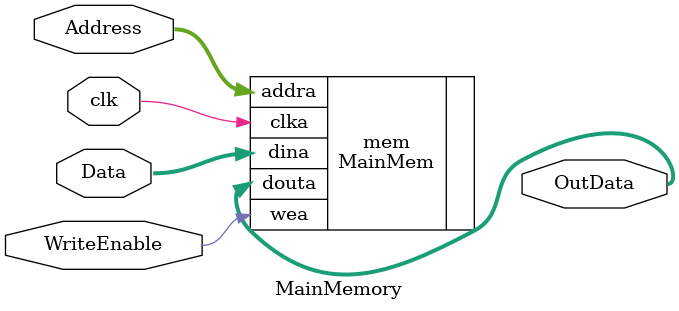
<source format=v>
`timescale 1ns / 1ps
module MainMemory(input clk, input WriteEnable, input[12:0] Address, input[15:0] Data, output[15:0] OutData);

	MainMem mem(.clka(clk), .wea(WriteEnable), .addra(Address), .dina(Data), .douta(OutData));

endmodule
</source>
